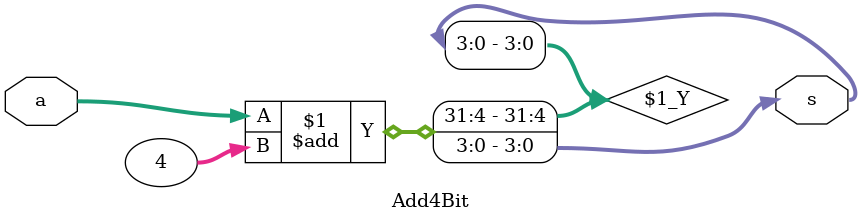
<source format=sv>
module Add4Bit #(parameter N = 4) (
    input logic [N-1:0] a,
    output logic [N-1:0] s
);

    assign s = a + 4;

endmodule
</source>
